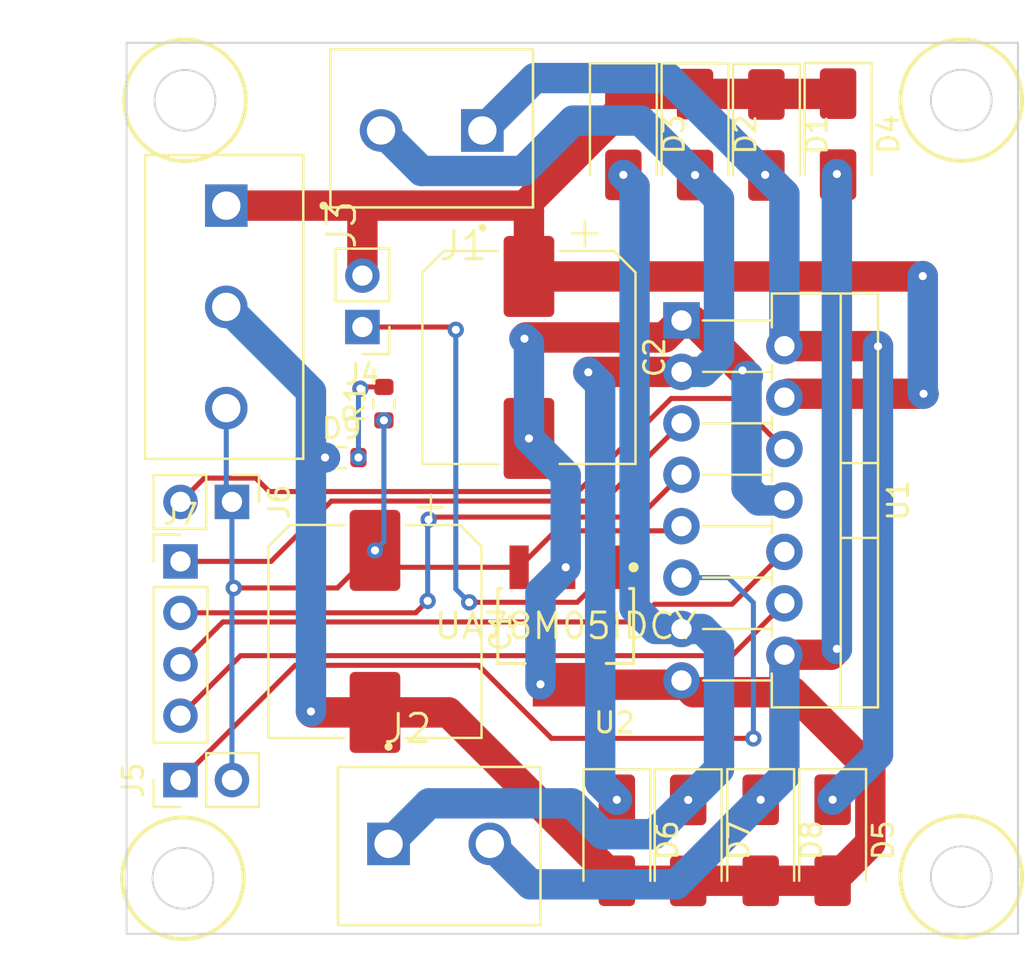
<source format=kicad_pcb>
(kicad_pcb (version 20221018) (generator pcbnew)
  (layers (0 "F.Cu" signal) (31 "B.Cu" signal) (34 "B.Paste" user) (35 "F.Paste" user) (36 "B.SilkS" user "B.Silkscreen") (37 "F.SilkS" user "F.Silkscreen") (38 "B.Mask" user) (39 "F.Mask" user) (44 "Edge.Cuts" user))
  (net 0 "")
  (net 1 "+5V")
  (net 2 "GND")
  (net 3 "VCC")
  (net 4 "Net-(D1-A)")
  (net 5 "Net-(D2-A)")
  (net 6 "Net-(D3-A)")
  (net 7 "Net-(D4-A)")
  (net 8 "Net-(J4-Pin_1)")
  (net 9 "Net-(J5-Pin_1)")
  (net 10 "Net-(J6-Pin_2)")
  (net 11 "Net-(J7-Pin_1)")
  (net 12 "Net-(J7-Pin_2)")
  (net 13 "Net-(J7-Pin_3)")
  (net 14 "Net-(J7-Pin_4)")
  (net 15 "Net-(D9-A)")
  (footprint "TB003_500_P02BE:CUI_TB003-500-P02BE" (layer "F.Cu") (at 82.93 109.56)
    (fp_text reference "J2" (at 0.945 -5.689) (layer "F.SilkS") (effects (font (size 1.4 1.4))))
    (fp_text value "TB003-500-P02BE")
    (fp_line (start -2.5 -3.8) (end 7.5 -3.8) (stroke (width 0.127)) (layer "F.SilkS"))
    (fp_line (start -2.5 4) (end -2.5 -3.8) (stroke (width 0.127)) (layer "F.SilkS"))
    (fp_line (start 7.5 -3.8) (end 7.5 4) (stroke (width 0.127)) (layer "F.SilkS"))
    (fp_line (start 7.5 4) (end -2.5 4) (stroke (width 0.127)) (layer "F.SilkS"))
    (fp_circle (center 0 -4.8) (end 0.1 -4.8) (stroke (width 0.2)) (fill none) (layer "F.SilkS"))
    (pad "1" thru_hole rect (at 0 0) (size 2.1 2.1) (drill 1.4) (layers "*.Cu" "*.Mask") (net 6 "Net-(D3-A)"))
    (pad "2" thru_hole circle (at 5 0) (size 2.1 2.1) (drill 1.4) (layers "*.Cu" "*.Mask") (net 7 "Net-(D4-A)"))
  )
  (footprint "Diode_SMD:D_SMA" (layer "F.Cu") (at 105.12 74.51 -90)
    (fp_text reference "D4" (at 0 -2.5 90) (layer "F.SilkS"))
    (fp_text value "M4")
    (fp_line (start -3.51 -1.65) (end -3.51 1.65) (stroke (width 0.12)) (layer "F.SilkS"))
    (fp_line (start -3.51 -1.65) (end 2 -1.65) (stroke (width 0.12)) (layer "F.SilkS"))
    (fp_line (start -3.51 1.65) (end 2 1.65) (stroke (width 0.12)) (layer "F.SilkS"))
    (pad "1" smd roundrect (at -2 0 270) (size 2.5 1.8) (layers "F.Cu" "F.Paste" "F.Mask") (roundrect_rratio 0.1388888889) (net 3 "VCC"))
    (pad "2" smd roundrect (at 2 0 270) (size 2.5 1.8) (layers "F.Cu" "F.Paste" "F.Mask") (roundrect_rratio 0.1388888889) (net 7 "Net-(D4-A)"))
  )
  (footprint "Diode_SMD:D_SMA" (layer "F.Cu") (at 98.06 74.53 -90)
    (fp_text reference "D2" (at 0 -2.5 90) (layer "F.SilkS"))
    (fp_text value "M4")
    (fp_line (start -3.51 -1.65) (end -3.51 1.65) (stroke (width 0.12)) (layer "F.SilkS"))
    (fp_line (start -3.51 -1.65) (end 2 -1.65) (stroke (width 0.12)) (layer "F.SilkS"))
    (fp_line (start -3.51 1.65) (end 2 1.65) (stroke (width 0.12)) (layer "F.SilkS"))
    (pad "1" smd roundrect (at -2 0 270) (size 2.5 1.8) (layers "F.Cu" "F.Paste" "F.Mask") (roundrect_rratio 0.1388888889) (net 3 "VCC"))
    (pad "2" smd roundrect (at 2 0 270) (size 2.5 1.8) (layers "F.Cu" "F.Paste" "F.Mask") (roundrect_rratio 0.1388888889) (net 5 "Net-(D2-A)"))
  )
  (footprint "Capacitor_SMD:CP_Elec_10x10" (layer "F.Cu") (at 89.86 85.5375 -90)
    (fp_text reference "C2" (at 0 -6.2 90) (layer "F.SilkS"))
    (fp_text value "220V/35V")
    (fp_line (start -6.75 -2.76) (end -5.5 -2.76) (stroke (width 0.12)) (layer "F.SilkS"))
    (fp_line (start -6.125 -3.385) (end -6.125 -2.135) (stroke (width 0.12)) (layer "F.SilkS"))
    (fp_line (start -5.26 -4.195563) (end -5.26 -1.51) (stroke (width 0.12)) (layer "F.SilkS"))
    (fp_line (start -5.26 -4.195563) (end -4.195563 -5.26) (stroke (width 0.12)) (layer "F.SilkS"))
    (fp_line (start -5.26 4.195563) (end -5.26 1.51) (stroke (width 0.12)) (layer "F.SilkS"))
    (fp_line (start -5.26 4.195563) (end -4.195563 5.26) (stroke (width 0.12)) (layer "F.SilkS"))
    (fp_line (start -4.195563 -5.26) (end 5.26 -5.26) (stroke (width 0.12)) (layer "F.SilkS"))
    (fp_line (start -4.195563 5.26) (end 5.26 5.26) (stroke (width 0.12)) (layer "F.SilkS"))
    (fp_line (start 5.26 -5.26) (end 5.26 -1.51) (stroke (width 0.12)) (layer "F.SilkS"))
    (fp_line (start 5.26 5.26) (end 5.26 1.51) (stroke (width 0.12)) (layer "F.SilkS"))
    (pad "1" smd roundrect (at -4 0 270) (size 4 2.5) (layers "F.Cu" "F.Paste" "F.Mask") (roundrect_rratio 0.1) (net 3 "VCC"))
    (pad "2" smd roundrect (at 4 0 270) (size 4 2.5) (layers "F.Cu" "F.Paste" "F.Mask") (roundrect_rratio 0.1) (net 2 "GND"))
  )
  (footprint "Connector_PinHeader_2.54mm:PinHeader_1x02_P2.54mm_Vertical" (layer "F.Cu") (at 75.2 92.67 -90)
    (fp_text reference "J6" (at 0 -2.33 90) (layer "F.SilkS"))
    (fp_text value "Conn_01x02_Pin")
    (fp_line (start -1.33 -1.33) (end 0 -1.33) (stroke (width 0.12)) (layer "F.SilkS"))
    (fp_line (start -1.33 0) (end -1.33 -1.33) (stroke (width 0.12)) (layer "F.SilkS"))
    (fp_line (start -1.33 1.27) (end -1.33 3.87) (stroke (width 0.12)) (layer "F.SilkS"))
    (fp_line (start -1.33 1.27) (end 1.33 1.27) (stroke (width 0.12)) (layer "F.SilkS"))
    (fp_line (start -1.33 3.87) (end 1.33 3.87) (stroke (width 0.12)) (layer "F.SilkS"))
    (fp_line (start 1.33 1.27) (end 1.33 3.87) (stroke (width 0.12)) (layer "F.SilkS"))
    (pad "1" thru_hole rect (at 0 0 270) (size 1.7 1.7) (drill 1) (layers "*.Cu" "*.Mask") (net 1 "+5V"))
    (pad "2" thru_hole oval (at 0 2.54 270) (size 1.7 1.7) (drill 1) (layers "*.Cu" "*.Mask") (net 10 "Net-(J6-Pin_2)"))
  )
  (footprint "Connector_PinHeader_2.54mm:PinHeader_1x02_P2.54mm_Vertical" (layer "F.Cu") (at 81.64 84.035 180)
    (fp_text reference "J4" (at 0 -2.33) (layer "F.SilkS"))
    (fp_text value "Conn_01x02_Pin")
    (fp_line (start -1.33 -1.33) (end 0 -1.33) (stroke (width 0.12)) (layer "F.SilkS"))
    (fp_line (start -1.33 0) (end -1.33 -1.33) (stroke (width 0.12)) (layer "F.SilkS"))
    (fp_line (start -1.33 1.27) (end -1.33 3.87) (stroke (width 0.12)) (layer "F.SilkS"))
    (fp_line (start -1.33 1.27) (end 1.33 1.27) (stroke (width 0.12)) (layer "F.SilkS"))
    (fp_line (start -1.33 3.87) (end 1.33 3.87) (stroke (width 0.12)) (layer "F.SilkS"))
    (fp_line (start 1.33 1.27) (end 1.33 3.87) (stroke (width 0.12)) (layer "F.SilkS"))
    (pad "1" thru_hole rect (at 0 0 180) (size 1.7 1.7) (drill 1) (layers "*.Cu" "*.Mask") (net 8 "Net-(J4-Pin_1)"))
    (pad "2" thru_hole oval (at 0 2.54 180) (size 1.7 1.7) (drill 1) (layers "*.Cu" "*.Mask") (net 3 "VCC"))
  )
  (footprint "TB003_500_P02BE:CUI_TB003-500-P02BE" (layer "F.Cu") (at 87.56 74.3275 180)
    (fp_text reference "J1" (at 0.945 -5.689) (layer "F.SilkS") (effects (font (size 1.4 1.4))))
    (fp_text value "TB003-500-P02BE")
    (fp_line (start -2.5 -3.8) (end 7.5 -3.8) (stroke (width 0.127)) (layer "F.SilkS"))
    (fp_line (start -2.5 4) (end -2.5 -3.8) (stroke (width 0.127)) (layer "F.SilkS"))
    (fp_line (start 7.5 -3.8) (end 7.5 4) (stroke (width 0.127)) (layer "F.SilkS"))
    (fp_line (start 7.5 4) (end -2.5 4) (stroke (width 0.127)) (layer "F.SilkS"))
    (fp_circle (center 0 -4.8) (end 0.1 -4.8) (stroke (width 0.2)) (fill none) (layer "F.SilkS"))
    (pad "1" thru_hole rect (at 0 0 180) (size 2.1 2.1) (drill 1.4) (layers "*.Cu" "*.Mask") (net 4 "Net-(D1-A)"))
    (pad "2" thru_hole circle (at 5 0 180) (size 2.1 2.1) (drill 1.4) (layers "*.Cu" "*.Mask") (net 5 "Net-(D2-A)"))
  )
  (footprint "Diode_SMD:D_SMA" (layer "F.Cu") (at 101.58 74.55 -90)
    (fp_text reference "D1" (at 0 -2.5 90) (layer "F.SilkS"))
    (fp_text value "M4")
    (fp_line (start -3.51 -1.65) (end -3.51 1.65) (stroke (width 0.12)) (layer "F.SilkS"))
    (fp_line (start -3.51 -1.65) (end 2 -1.65) (stroke (width 0.12)) (layer "F.SilkS"))
    (fp_line (start -3.51 1.65) (end 2 1.65) (stroke (width 0.12)) (layer "F.SilkS"))
    (pad "1" smd roundrect (at -2 0 270) (size 2.5 1.8) (layers "F.Cu" "F.Paste" "F.Mask") (roundrect_rratio 0.1388888889) (net 3 "VCC"))
    (pad "2" smd roundrect (at 2 0 270) (size 2.5 1.8) (layers "F.Cu" "F.Paste" "F.Mask") (roundrect_rratio 0.1388888889) (net 4 "Net-(D1-A)"))
  )
  (footprint "Connector_PinHeader_2.54mm:PinHeader_1x04_P2.54mm_Vertical" (layer "F.Cu") (at 72.66 95.61)
    (fp_text reference "J7" (at 0 -2.33) (layer "F.SilkS"))
    (fp_text value "Conn_01x04_Pin")
    (fp_line (start -1.33 -1.33) (end 0 -1.33) (stroke (width 0.12)) (layer "F.SilkS"))
    (fp_line (start -1.33 0) (end -1.33 -1.33) (stroke (width 0.12)) (layer "F.SilkS"))
    (fp_line (start -1.33 1.27) (end -1.33 8.95) (stroke (width 0.12)) (layer "F.SilkS"))
    (fp_line (start -1.33 1.27) (end 1.33 1.27) (stroke (width 0.12)) (layer "F.SilkS"))
    (fp_line (start -1.33 8.95) (end 1.33 8.95) (stroke (width 0.12)) (layer "F.SilkS"))
    (fp_line (start 1.33 1.27) (end 1.33 8.95) (stroke (width 0.12)) (layer "F.SilkS"))
    (pad "1" thru_hole rect (at 0 0) (size 1.7 1.7) (drill 1) (layers "*.Cu" "*.Mask") (net 11 "Net-(J7-Pin_1)"))
    (pad "2" thru_hole oval (at 0 2.54) (size 1.7 1.7) (drill 1) (layers "*.Cu" "*.Mask") (net 12 "Net-(J7-Pin_2)"))
    (pad "3" thru_hole oval (at 0 5.08) (size 1.7 1.7) (drill 1) (layers "*.Cu" "*.Mask") (net 13 "Net-(J7-Pin_3)"))
    (pad "4" thru_hole oval (at 0 7.62) (size 1.7 1.7) (drill 1) (layers "*.Cu" "*.Mask") (net 14 "Net-(J7-Pin_4)"))
  )
  (footprint "Resistor_SMD:R_0603_1608Metric" (layer "F.Cu") (at 80.62 90.48)
    (fp_text reference "D9" (at 0 -1.43) (layer "F.SilkS"))
    (fp_text value "LED")
    (fp_line (start -0.237258 -0.5225) (end 0.237258 -0.5225) (stroke (width 0.12)) (layer "F.SilkS"))
    (fp_line (start -0.237258 0.5225) (end 0.237258 0.5225) (stroke (width 0.12)) (layer "F.SilkS"))
    (pad "1" smd roundrect (at -0.825 0) (size 0.8 0.95) (layers "F.Cu" "F.Paste" "F.Mask") (net 2 "GND"))
    (pad "2" smd roundrect (at 0.825 0) (size 0.8 0.95) (layers "F.Cu" "F.Paste" "F.Mask") (net 15 "Net-(D9-A)"))
  )
  (footprint "Resistor_SMD:R_0603_1608Metric" (layer "F.Cu") (at 82.7 87.82 90)
    (fp_text reference "R1" (at 0 -1.43 90) (layer "F.SilkS"))
    (fp_text value "1K")
    (fp_line (start -0.237258 -0.5225) (end 0.237258 -0.5225) (stroke (width 0.12)) (layer "F.SilkS"))
    (fp_line (start -0.237258 0.5225) (end 0.237258 0.5225) (stroke (width 0.12)) (layer "F.SilkS"))
    (pad "1" smd roundrect (at -0.825 0 90) (size 0.8 0.95) (layers "F.Cu" "F.Paste" "F.Mask") (net 1 "+5V"))
    (pad "2" smd roundrect (at 0.825 0 90) (size 0.8 0.95) (layers "F.Cu" "F.Paste" "F.Mask") (net 15 "Net-(D9-A)"))
  )
  (footprint "Diode_SMD:D_SMA" (layer "F.Cu") (at 94.52 74.52 -90)
    (fp_text reference "D3" (at 0 -2.5 90) (layer "F.SilkS"))
    (fp_text value "M4")
    (fp_line (start -3.51 -1.65) (end -3.51 1.65) (stroke (width 0.12)) (layer "F.SilkS"))
    (fp_line (start -3.51 -1.65) (end 2 -1.65) (stroke (width 0.12)) (layer "F.SilkS"))
    (fp_line (start -3.51 1.65) (end 2 1.65) (stroke (width 0.12)) (layer "F.SilkS"))
    (pad "1" smd roundrect (at -2 0 270) (size 2.5 1.8) (layers "F.Cu" "F.Paste" "F.Mask") (roundrect_rratio 0.1388888889) (net 3 "VCC"))
    (pad "2" smd roundrect (at 2 0 270) (size 2.5 1.8) (layers "F.Cu" "F.Paste" "F.Mask") (roundrect_rratio 0.1388888889) (net 6 "Net-(D3-A)"))
  )
  (footprint "Diode_SMD:D_SMA" (layer "F.Cu") (at 97.72 109.39 -90)
    (fp_text reference "D7" (at 0 -2.5 90) (layer "F.SilkS"))
    (fp_text value "M4")
    (fp_line (start -3.51 -1.65) (end -3.51 1.65) (stroke (width 0.12)) (layer "F.SilkS"))
    (fp_line (start -3.51 -1.65) (end 2 -1.65) (stroke (width 0.12)) (layer "F.SilkS"))
    (fp_line (start -3.51 1.65) (end 2 1.65) (stroke (width 0.12)) (layer "F.SilkS"))
    (pad "1" smd roundrect (at -2 0 270) (size 2.5 1.8) (layers "F.Cu" "F.Paste" "F.Mask") (roundrect_rratio 0.1388888889) (net 6 "Net-(D3-A)"))
    (pad "2" smd roundrect (at 2 0 270) (size 2.5 1.8) (layers "F.Cu" "F.Paste" "F.Mask") (roundrect_rratio 0.1388888889) (net 2 "GND"))
  )
  (footprint "Capacitor_SMD:CP_Elec_10x10" (layer "F.Cu") (at 82.26 99.0675 -90)
    (fp_text reference "C1" (at 0 -6.2 90) (layer "F.SilkS"))
    (fp_text value "220uF/25V")
    (fp_line (start -6.75 -2.76) (end -5.5 -2.76) (stroke (width 0.12)) (layer "F.SilkS"))
    (fp_line (start -6.125 -3.385) (end -6.125 -2.135) (stroke (width 0.12)) (layer "F.SilkS"))
    (fp_line (start -5.26 -4.195563) (end -5.26 -1.51) (stroke (width 0.12)) (layer "F.SilkS"))
    (fp_line (start -5.26 -4.195563) (end -4.195563 -5.26) (stroke (width 0.12)) (layer "F.SilkS"))
    (fp_line (start -5.26 4.195563) (end -5.26 1.51) (stroke (width 0.12)) (layer "F.SilkS"))
    (fp_line (start -5.26 4.195563) (end -4.195563 5.26) (stroke (width 0.12)) (layer "F.SilkS"))
    (fp_line (start -4.195563 -5.26) (end 5.26 -5.26) (stroke (width 0.12)) (layer "F.SilkS"))
    (fp_line (start -4.195563 5.26) (end 5.26 5.26) (stroke (width 0.12)) (layer "F.SilkS"))
    (fp_line (start 5.26 -5.26) (end 5.26 -1.51) (stroke (width 0.12)) (layer "F.SilkS"))
    (fp_line (start 5.26 5.26) (end 5.26 1.51) (stroke (width 0.12)) (layer "F.SilkS"))
    (pad "1" smd roundrect (at -4 0 270) (size 4 2.5) (layers "F.Cu" "F.Paste" "F.Mask") (roundrect_rratio 0.1) (net 1 "+5V"))
    (pad "2" smd roundrect (at 4 0 270) (size 4 2.5) (layers "F.Cu" "F.Paste" "F.Mask") (roundrect_rratio 0.1) (net 2 "GND"))
  )
  (footprint "Connector_PinHeader_2.54mm:PinHeader_1x02_P2.54mm_Vertical" (layer "F.Cu") (at 72.66 106.41 90)
    (fp_text reference "J5" (at 0 -2.33 90) (layer "F.SilkS"))
    (fp_text value "Conn_01x02_Pin")
    (fp_line (start -1.33 -1.33) (end 0 -1.33) (stroke (width 0.12)) (layer "F.SilkS"))
    (fp_line (start -1.33 0) (end -1.33 -1.33) (stroke (width 0.12)) (layer "F.SilkS"))
    (fp_line (start -1.33 1.27) (end -1.33 3.87) (stroke (width 0.12)) (layer "F.SilkS"))
    (fp_line (start -1.33 1.27) (end 1.33 1.27) (stroke (width 0.12)) (layer "F.SilkS"))
    (fp_line (start -1.33 3.87) (end 1.33 3.87) (stroke (width 0.12)) (layer "F.SilkS"))
    (fp_line (start 1.33 1.27) (end 1.33 3.87) (stroke (width 0.12)) (layer "F.SilkS"))
    (pad "1" thru_hole rect (at 0 0 90) (size 1.7 1.7) (drill 1) (layers "*.Cu" "*.Mask") (net 9 "Net-(J5-Pin_1)"))
    (pad "2" thru_hole oval (at 0 2.54 90) (size 1.7 1.7) (drill 1) (layers "*.Cu" "*.Mask") (net 1 "+5V"))
  )
  (footprint "78M05:Texas_Instruments-DCY0004A-0-0-0" (layer "F.Cu") (at 91.675 98.8 180)
    (fp_text reference "U2" (at -3.5 -4.775) (layer "F.SilkS") (effects (justify right)))
    (fp_text value "UA78M05IDCY" (at 0 0) (layer "F.SilkS") (effects (font (size 1.27 1.27))))
    (fp_line (start -3.35 -1.85) (end -2 -1.85) (stroke (width 0.15)) (layer "F.SilkS"))
    (fp_line (start -3.35 1.85) (end -3.35 -1.85) (stroke (width 0.15)) (layer "F.SilkS"))
    (fp_line (start -3.35 1.85) (end -3.15 1.85) (stroke (width 0.15)) (layer "F.SilkS"))
    (fp_line (start 2 -1.85) (end 3.35 -1.85) (stroke (width 0.15)) (layer "F.SilkS"))
    (fp_line (start 3.15 1.85) (end 3.35 1.85) (stroke (width 0.15)) (layer "F.SilkS"))
    (fp_line (start 3.35 1.85) (end 3.35 -1.85) (stroke (width 0.15)) (layer "F.SilkS"))
    (fp_circle (center -3.349999 2.9) (end -3.224999 2.9) (stroke (width 0.25)) (fill none) (layer "F.SilkS"))
    (pad "1" smd rect (at -2.3 2.9 180) (size 0.95 2.15) (layers "F.Cu" "F.Paste" "F.Mask") (net 8 "Net-(J4-Pin_1)"))
    (pad "2" smd rect (at 0 2.9 180) (size 0.95 2.15) (layers "F.Cu" "F.Paste" "F.Mask") (net 2 "GND"))
    (pad "3" smd rect (at 2.3 2.9 180) (size 0.95 2.15) (layers "F.Cu" "F.Paste" "F.Mask") (net 1 "+5V"))
    (pad "4" smd rect (at 0 -2.9 180) (size 3.25 2.15) (layers "F.Cu" "F.Paste" "F.Mask") (net 2 "GND"))
  )
  (footprint "Diode_SMD:D_SMA" (layer "F.Cu") (at 94.2 109.3825 -90)
    (fp_text reference "D6" (at 0 -2.5 90) (layer "F.SilkS"))
    (fp_text value "M4")
    (fp_line (start -3.51 -1.65) (end -3.51 1.65) (stroke (width 0.12)) (layer "F.SilkS"))
    (fp_line (start -3.51 -1.65) (end 2 -1.65) (stroke (width 0.12)) (layer "F.SilkS"))
    (fp_line (start -3.51 1.65) (end 2 1.65) (stroke (width 0.12)) (layer "F.SilkS"))
    (pad "1" smd roundrect (at -2 0 270) (size 2.5 1.8) (layers "F.Cu" "F.Paste" "F.Mask") (roundrect_rratio 0.1388888889) (net 5 "Net-(D2-A)"))
    (pad "2" smd roundrect (at 2 0 270) (size 2.5 1.8) (layers "F.Cu" "F.Paste" "F.Mask") (roundrect_rratio 0.1388888889) (net 2 "GND"))
  )
  (footprint "TB003_500_P03BE:CUI_TB003-500-P03BE" (layer "F.Cu") (at 74.92 78.04 -90)
    (fp_text reference "J3" (at 0.945 -5.689 90) (layer "F.SilkS") (effects (font (size 1.4 1.4))))
    (fp_text value "TB003-500-P03BE")
    (fp_line (start -2.5 -3.8) (end 12.5 -3.8) (stroke (width 0.127)) (layer "F.SilkS"))
    (fp_line (start -2.5 4) (end -2.5 -3.8) (stroke (width 0.127)) (layer "F.SilkS"))
    (fp_line (start 12.5 -3.8) (end 12.5 4) (stroke (width 0.127)) (layer "F.SilkS"))
    (fp_line (start 12.5 4) (end -2.5 4) (stroke (width 0.127)) (layer "F.SilkS"))
    (fp_circle (center 0 -4.8) (end 0.1 -4.8) (stroke (width 0.2)) (fill none) (layer "F.SilkS"))
    (pad "1" thru_hole rect (at 0 0 270) (size 2.1 2.1) (drill 1.4) (layers "*.Cu" "*.Mask") (net 3 "VCC"))
    (pad "2" thru_hole circle (at 5 0 270) (size 2.1 2.1) (drill 1.4) (layers "*.Cu" "*.Mask") (net 2 "GND"))
    (pad "3" thru_hole circle (at 10 0 270) (size 2.1 2.1) (drill 1.4) (layers "*.Cu" "*.Mask") (net 1 "+5V"))
  )
  (footprint "Diode_SMD:D_SMA" (layer "F.Cu") (at 104.85 109.38 -90)
    (fp_text reference "D5" (at 0 -2.5 90) (layer "F.SilkS"))
    (fp_text value "M4")
    (fp_line (start -3.51 -1.65) (end -3.51 1.65) (stroke (width 0.12)) (layer "F.SilkS"))
    (fp_line (start -3.51 -1.65) (end 2 -1.65) (stroke (width 0.12)) (layer "F.SilkS"))
    (fp_line (start -3.51 1.65) (end 2 1.65) (stroke (width 0.12)) (layer "F.SilkS"))
    (pad "1" smd roundrect (at -2 0 270) (size 2.5 1.8) (layers "F.Cu" "F.Paste" "F.Mask") (roundrect_rratio 0.1388888889) (net 4 "Net-(D1-A)"))
    (pad "2" smd roundrect (at 2 0 270) (size 2.5 1.8) (layers "F.Cu" "F.Paste" "F.Mask") (roundrect_rratio 0.1388888889) (net 2 "GND"))
  )
  (footprint "Diode_SMD:D_SMA" (layer "F.Cu") (at 101.3 109.3825 -90)
    (fp_text reference "D8" (at 0 -2.5 90) (layer "F.SilkS"))
    (fp_text value "M4")
    (fp_line (start -3.51 -1.65) (end -3.51 1.65) (stroke (width 0.12)) (layer "F.SilkS"))
    (fp_line (start -3.51 -1.65) (end 2 -1.65) (stroke (width 0.12)) (layer "F.SilkS"))
    (fp_line (start -3.51 1.65) (end 2 1.65) (stroke (width 0.12)) (layer "F.SilkS"))
    (pad "1" smd roundrect (at -2 0 270) (size 2.5 1.8) (layers "F.Cu" "F.Paste" "F.Mask") (roundrect_rratio 0.1388888889) (net 7 "Net-(D4-A)"))
    (pad "2" smd roundrect (at 2 0 270) (size 2.5 1.8) (layers "F.Cu" "F.Paste" "F.Mask") (roundrect_rratio 0.1388888889) (net 2 "GND"))
  )
  (footprint "Package_TO_SOT_THT:TO-220-15_P2.54x2.54mm_StaggerOdd_Lead4.58mm_Vertical" (layer "F.Cu") (at 97.39 83.71 -90)
    (fp_text reference "U1" (at 8.89 -10.7 90) (layer "F.SilkS"))
    (fp_text value "L298N")
    (fp_line (start -1.33 -9.7) (end -1.33 -4.459) (stroke (width 0.12)) (layer "F.SilkS"))
    (fp_line (start -1.33 -9.7) (end 19.11 -9.7) (stroke (width 0.12)) (layer "F.SilkS"))
    (fp_line (start -1.33 -7.86) (end 19.11 -7.86) (stroke (width 0.12)) (layer "F.SilkS"))
    (fp_line (start -1.33 -4.459) (end 0.346 -4.459) (stroke (width 0.12)) (layer "F.SilkS"))
    (fp_line (start 0 -4.459) (end 0 -1.05) (stroke (width 0.12)) (layer "F.SilkS"))
    (fp_line (start 2.195 -4.459) (end 2.886 -4.459) (stroke (width 0.12)) (layer "F.SilkS"))
    (fp_line (start 2.54 -4.459) (end 2.54 -1.065) (stroke (width 0.12)) (layer "F.SilkS"))
    (fp_line (start 4.735 -4.459) (end 5.426 -4.459) (stroke (width 0.12)) (layer "F.SilkS"))
    (fp_line (start 5.08 -4.459) (end 5.08 -1.065) (stroke (width 0.12)) (layer "F.SilkS"))
    (fp_line (start 7.041 -9.7) (end 7.041 -7.86) (stroke (width 0.12)) (layer "F.SilkS"))
    (fp_line (start 7.275 -4.459) (end 7.966 -4.459) (stroke (width 0.12)) (layer "F.SilkS"))
    (fp_line (start 7.62 -4.459) (end 7.62 -1.065) (stroke (width 0.12)) (layer "F.SilkS"))
    (fp_line (start 9.815 -4.459) (end 10.506 -4.459) (stroke (width 0.12)) (layer "F.SilkS"))
    (fp_line (start 10.16 -4.459) (end 10.16 -1.065) (stroke (width 0.12)) (layer "F.SilkS"))
    (fp_line (start 10.74 -9.7) (end 10.74 -7.86) (stroke (width 0.12)) (layer "F.SilkS"))
    (fp_line (start 12.355 -4.459) (end 13.046 -4.459) (stroke (width 0.12)) (layer "F.SilkS"))
    (fp_line (start 12.7 -4.459) (end 12.7 -1.065) (stroke (width 0.12)) (layer "F.SilkS"))
    (fp_line (start 14.895 -4.459) (end 15.586 -4.459) (stroke (width 0.12)) (layer "F.SilkS"))
    (fp_line (start 15.24 -4.459) (end 15.24 -1.065) (stroke (width 0.12)) (layer "F.SilkS"))
    (fp_line (start 17.435 -4.459) (end 19.11 -4.459) (stroke (width 0.12)) (layer "F.SilkS"))
    (fp_line (start 17.78 -4.459) (end 17.78 -1.065) (stroke (width 0.12)) (layer "F.SilkS"))
    (fp_line (start 19.11 -9.7) (end 19.11 -4.459) (stroke (width 0.12)) (layer "F.SilkS"))
    (pad "1" thru_hole rect (at 0 0 270) (size 1.8 1.8) (drill 1) (layers "*.Cu" "*.Mask") (net 2 "GND"))
    (pad "2" thru_hole oval (at 1.27 -5.08 270) (size 1.8 1.8) (drill 1) (layers "*.Cu" "*.Mask") (net 4 "Net-(D1-A)"))
    (pad "3" thru_hole oval (at 2.54 0 270) (size 1.8 1.8) (drill 1) (layers "*.Cu" "*.Mask") (net 5 "Net-(D2-A)"))
    (pad "4" thru_hole oval (at 3.81 -5.08 270) (size 1.8 1.8) (drill 1) (layers "*.Cu" "*.Mask") (net 3 "VCC"))
    (pad "5" thru_hole oval (at 5.08 0 270) (size 1.8 1.8) (drill 1) (layers "*.Cu" "*.Mask") (net 11 "Net-(J7-Pin_1)"))
    (pad "6" thru_hole oval (at 6.35 -5.08 270) (size 1.8 1.8) (drill 1) (layers "*.Cu" "*.Mask") (net 10 "Net-(J6-Pin_2)"))
    (pad "7" thru_hole oval (at 7.62 0 270) (size 1.8 1.8) (drill 1) (layers "*.Cu" "*.Mask") (net 12 "Net-(J7-Pin_2)"))
    (pad "8" thru_hole oval (at 8.89 -5.08 270) (size 1.8 1.8) (drill 1) (layers "*.Cu" "*.Mask") (net 2 "GND"))
    (pad "9" thru_hole oval (at 10.16 0 270) (size 1.8 1.8) (drill 1) (layers "*.Cu" "*.Mask") (net 1 "+5V"))
    (pad "10" thru_hole oval (at 11.43 -5.08 270) (size 1.8 1.8) (drill 1) (layers "*.Cu" "*.Mask") (net 13 "Net-(J7-Pin_3)"))
    (pad "11" thru_hole oval (at 12.7 0 270) (size 1.8 1.8) (drill 1) (layers "*.Cu" "*.Mask") (net 9 "Net-(J5-Pin_1)"))
    (pad "12" thru_hole oval (at 13.97 -5.08 270) (size 1.8 1.8) (drill 1) (layers "*.Cu" "*.Mask") (net 14 "Net-(J7-Pin_4)"))
    (pad "13" thru_hole oval (at 15.24 0 270) (size 1.8 1.8) (drill 1) (layers "*.Cu" "*.Mask") (net 6 "Net-(D3-A)"))
    (pad "14" thru_hole oval (at 16.51 -5.08 270) (size 1.8 1.8) (drill 1) (layers "*.Cu" "*.Mask") (net 7 "Net-(D4-A)"))
    (pad "15" thru_hole oval (at 17.78 0 270) (size 1.8 1.8) (drill 1) (layers "*.Cu" "*.Mask") (net 2 "GND"))
  )
  (gr_circle (center 111.2 72.83) (end 114.2 72.83) (stroke (width 0.2)) (fill none) (layer "F.SilkS"))
  (gr_circle (center 72.88 72.84) (end 75.88 72.84) (stroke (width 0.2)) (fill none) (layer "F.SilkS"))
  (gr_circle (center 72.78 111.26) (end 75.78 111.26) (stroke (width 0.2)) (fill none) (layer "F.SilkS"))
  (gr_circle (center 111.2 111.18) (end 114.2 111.18) (stroke (width 0.2)) (fill none) (layer "F.SilkS"))
  (gr_line (start 114 70) (end 70 70) (stroke (width 0.1)) (layer "Edge.Cuts"))
  (gr_line (start 70 70) (end 70 114) (stroke (width 0.1)) (layer "Edge.Cuts"))
  (gr_line (start 114 114) (end 114 70) (stroke (width 0.1)) (layer "Edge.Cuts"))
  (gr_circle (center 111.2 72.83) (end 112.7 72.83) (stroke (width 0.1)) (fill none) (layer "Edge.Cuts"))
  (gr_circle (center 72.78 111.26) (end 74.28 111.26) (stroke (width 0.1)) (fill none) (layer "Edge.Cuts"))
  (gr_line (start 70 114) (end 114 114) (stroke (width 0.1)) (layer "Edge.Cuts"))
  (gr_circle (center 111.2 111.18) (end 112.7 111.18) (stroke (width 0.1)) (fill none) (layer "Edge.Cuts"))
  (gr_circle (center 72.88 72.84) (end 74.38 72.84) (stroke (width 0.1)) (fill none) (layer "Edge.Cuts"))
  (segment (start 89.375 95.9) (end 91.175 94.1) (width 0.25) (layer "F.Cu") (net 1))
  (segment (start 91.175 94.1) (end 97.16 94.1) (width 0.25) (layer "F.Cu") (net 1))
  (segment (start 82.26 95.0675) (end 83.0925 95.9) (width 0.25) (layer "F.Cu") (net 1))
  (segment (start 75.29 96.92) (end 80.4075 96.92) (width 0.25) (layer "F.Cu") (net 1))
  (segment (start 80.4075 96.92) (end 82.26 95.0675) (width 0.25) (layer "F.Cu") (net 1))
  (segment (start 97.16 94.1) (end 97.39 93.87) (width 0.25) (layer "F.Cu") (net 1))
  (segment (start 83.0925 95.9) (end 89.375 95.9) (width 0.25) (layer "F.Cu") (net 1))
  (via (at 82.7 88.645) (size 0.8) (drill 0.4) (layers "F.Cu" "B.Cu") (net 1))
  (via (at 82.26 95.0675) (size 0.8) (drill 0.4) (layers "F.Cu" "B.Cu") (net 1))
  (via (at 75.29 96.92) (size 0.8) (drill 0.4) (layers "F.Cu" "B.Cu") (net 1))
  (segment (start 82.26 95.0675) (end 82.7 94.6275) (width 0.25) (layer "B.Cu") (net 1))
  (segment (start 75.2 97.01) (end 75.29 96.92) (width 0.25) (layer "B.Cu") (net 1))
  (segment (start 82.7 94.6275) (end 82.7 88.645) (width 0.25) (layer "B.Cu") (net 1))
  (segment (start 75.2 106.41) (end 75.2 97.01) (width 0.25) (layer "B.Cu") (net 1))
  (segment (start 74.92 92.39) (end 75.2 92.67) (width 0.25) (layer "B.Cu") (net 1))
  (segment (start 75.2 92.67) (end 75.2 96.83) (width 0.25) (layer "B.Cu") (net 1))
  (segment (start 75.2 96.83) (end 75.29 96.92) (width 0.25) (layer "B.Cu") (net 1))
  (segment (start 74.92 88.04) (end 74.92 92.39) (width 0.25) (layer "B.Cu") (net 1))
  (segment (start 102.887056 102.07) (end 106.71 105.892944) (width 1.5) (layer "F.Cu") (net 2))
  (segment (start 97.39 83.71) (end 97.93 83.71) (width 1.5) (layer "F.Cu") (net 2))
  (segment (start 82.26 103.0675) (end 79.1475 103.0675) (width 1.5) (layer "F.Cu") (net 2))
  (segment (start 91.675 101.7) (end 90.45 101.7) (width 1.5) (layer "F.Cu") (net 2))
  (segment (start 89.64 84.61) (end 89.7 84.55) (width 1.5) (layer "F.Cu") (net 2))
  (segment (start 90.45 101.7) (end 90.43 101.68) (width 1.5) (layer "F.Cu") (net 2))
  (segment (start 91.675 101.7) (end 97.18 101.7) (width 1.5) (layer "F.Cu") (net 2))
  (segment (start 89.7 84.55) (end 96.55 84.55) (width 1.5) (layer "F.Cu") (net 2))
  (segment (start 85.885 103.0675) (end 82.26 103.0675) (width 1.5) (layer "F.Cu") (net 2))
  (segment (start 104.8475 111.3825) (end 104.85 111.38) (width 1.5) (layer "F.Cu") (net 2))
  (segment (start 79.1475 103.0675) (end 79.1 103.02) (width 1.5) (layer "F.Cu") (net 2))
  (segment (start 94.2 111.3825) (end 104.8475 111.3825) (width 1.5) (layer "F.Cu") (net 2))
  (segment (start 106.71 109.52) (end 104.85 111.38) (width 1.5) (layer "F.Cu") (net 2))
  (segment (start 96.55 84.55) (end 97.39 83.71) (width 1.5) (layer "F.Cu") (net 2))
  (segment (start 97.97 102.07) (end 102.887056 102.07) (width 1.5) (layer "F.Cu") (net 2))
  (segment (start 97.93 83.71) (end 100.4 86.18) (width 1.5) (layer "F.Cu") (net 2))
  (segment (start 94.2 111.3825) (end 85.885 103.0675) (width 1.5) (layer "F.Cu") (net 2))
  (segment (start 97.18 101.7) (end 97.39 101.49) (width 1.5) (layer "F.Cu") (net 2))
  (segment (start 106.71 105.892944) (end 106.71 109.52) (width 1.5) (layer "F.Cu") (net 2))
  (segment (start 97.39 101.49) (end 97.97 102.07) (width 1.5) (layer "F.Cu") (net 2))
  (via (at 79.795 90.48) (size 0.8) (drill 0.4) (layers "F.Cu" "B.Cu") (net 2))
  (via (at 89.64 84.61) (size 0.8) (drill 0.4) (layers "F.Cu" "B.Cu") (net 2))
  (via (at 90.43 101.68) (size 0.8) (drill 0.4) (layers "F.Cu" "B.Cu") (net 2))
  (via (at 100.4 86.18) (size 0.8) (drill 0.4) (layers "F.Cu" "B.Cu") (net 2))
  (via (at 89.86 89.5375) (size 0.8) (drill 0.4) (layers "F.Cu" "B.Cu") (net 2))
  (via (at 91.675 95.9) (size 0.8) (drill 0.4) (layers "F.Cu" "B.Cu") (net 2))
  (via (at 79.1 103.02) (size 0.8) (drill 0.4) (layers "F.Cu" "B.Cu") (net 2))
  (segment (start 100.602082 92.004874) (end 100.602082 86.512082) (width 1.5) (layer "B.Cu") (net 2))
  (segment (start 79.795 90.48) (end 79.11 90.48) (width 1.5) (layer "B.Cu") (net 2))
  (segment (start 90.43 97.145) (end 91.675 95.9) (width 1.5) (layer "B.Cu") (net 2))
  (segment (start 79.1 90.49) (end 79.1 87.22) (width 1.5) (layer "B.Cu") (net 2))
  (segment (start 89.86 84.83) (end 89.64 84.61) (width 1.5) (layer "B.Cu") (net 2))
  (segment (start 102.47 92.6) (end 101.197208 92.6) (width 1.5) (layer "B.Cu") (net 2))
  (segment (start 90.43 101.68) (end 90.43 97.145) (width 1.5) (layer "B.Cu") (net 2))
  (segment (start 89.86 89.5375) (end 89.86 84.83) (width 1.5) (layer "B.Cu") (net 2))
  (segment (start 91.675 95.9) (end 91.675 91.3525) (width 1.5) (layer "B.Cu") (net 2))
  (segment (start 79.11 90.48) (end 79.1 90.49) (width 1.5) (layer "B.Cu") (net 2))
  (segment (start 100.602082 86.512082) (end 100.667082 86.447082) (width 1.5) (layer "B.Cu") (net 2))
  (segment (start 91.675 91.3525) (end 89.86 89.5375) (width 1.5) (layer "B.Cu") (net 2))
  (segment (start 101.197208 92.6) (end 100.602082 92.004874) (width 1.5) (layer "B.Cu") (net 2))
  (segment (start 79.1 87.22) (end 74.92 83.04) (width 1.5) (layer "B.Cu") (net 2))
  (segment (start 79.1 103.02) (end 79.1 90.49) (width 1.5) (layer "B.Cu") (net 2))
  (segment (start 109.2825 81.5375) (end 109.3 81.52) (width 1.5) (layer "F.Cu") (net 3))
  (segment (start 94.52 72.52) (end 105.02 72.52) (width 1.5) (layer "F.Cu") (net 3))
  (segment (start 105.02 72.52) (end 105.06 72.48) (width 1.5) (layer "F.Cu") (net 3))
  (segment (start 109.34 87.33) (end 102.66 87.33) (width 1.5) (layer "F.Cu") (net 3))
  (segment (start 81.51 78.04) (end 89.59 78.04) (width 1.5) (layer "F.Cu") (net 3))
  (segment (start 89.86 81.5375) (end 89.86 78.31) (width 1.5) (layer "F.Cu") (net 3))
  (segment (start 81.64 81.495) (end 81.64 78.17) (width 1.5) (layer "F.Cu") (net 3))
  (segment (start 89.62 78.07) (end 94.52 73.17) (width 1.5) (layer "F.Cu") (net 3))
  (segment (start 94.52 73.17) (end 94.52 72.52) (width 1.5) (layer "F.Cu") (net 3))
  (segment (start 89.59 78.04) (end 89.62 78.07) (width 1.5) (layer "F.Cu") (net 3))
  (segment (start 102.66 87.33) (end 102.47 87.52) (width 1.5) (layer "F.Cu") (net 3))
  (segment (start 74.92 78.04) (end 81.51 78.04) (width 1.5) (layer "F.Cu") (net 3))
  (segment (start 89.86 78.31) (end 89.62 78.07) (width 1.5) (layer "F.Cu") (net 3))
  (segment (start 89.86 81.5375) (end 109.2825 81.5375) (width 1.5) (layer "F.Cu") (net 3))
  (segment (start 81.64 78.17) (end 81.51 78.04) (width 1.5) (layer "F.Cu") (net 3))
  (via (at 109.34 87.33) (size 0.8) (drill 0.4) (layers "F.Cu" "B.Cu") (net 3))
  (via (at 109.3 81.52) (size 0.8) (drill 0.4) (layers "F.Cu" "B.Cu") (net 3))
  (segment (start 109.3 87.29) (end 109.34 87.33) (width 1.5) (layer "B.Cu") (net 3))
  (segment (start 109.3 81.52) (end 109.3 87.29) (width 1.5) (layer "B.Cu") (net 3))
  (segment (start 102.47 84.98) (end 107.08 84.98) (width 1.5) (layer "F.Cu") (net 4))
  (segment (start 107.08 84.98) (end 107.09 84.99) (width 1.5) (layer "F.Cu") (net 4))
  (via (at 101.52 76.52) (size 0.8) (drill 0.4) (layers "F.Cu" "B.Cu") (net 4))
  (via (at 107.09 84.99) (size 0.8) (drill 0.4) (layers "F.Cu" "B.Cu") (net 4))
  (via (at 104.85 107.38) (size 0.8) (drill 0.4) (layers "F.Cu" "B.Cu") (net 4))
  (segment (start 102.47 84.98) (end 102.47 77.47) (width 1.5) (layer "B.Cu") (net 4))
  (segment (start 87.56 74.3275) (end 90.1475 71.74) (width 1.5) (layer "B.Cu") (net 4))
  (segment (start 90.1475 71.74) (end 96.74 71.74) (width 1.5) (layer "B.Cu") (net 4))
  (segment (start 102.47 77.47) (end 101.52 76.52) (width 1.5) (layer "B.Cu") (net 4))
  (segment (start 107.09 105.14) (end 104.85 107.38) (width 1.5) (layer "B.Cu") (net 4))
  (segment (start 107.09 84.99) (end 107.09 105.14) (width 1.5) (layer "B.Cu") (net 4))
  (segment (start 96.74 71.74) (end 101.52 76.52) (width 1.5) (layer "B.Cu") (net 4))
  (segment (start 92.81 86.25) (end 92.79 86.27) (width 1.5) (layer "F.Cu") (net 5))
  (segment (start 97.39 86.25) (end 92.81 86.25) (width 1.5) (layer "F.Cu") (net 5))
  (via (at 92.79 86.27) (size 0.8) (drill 0.4) (layers "F.Cu" "B.Cu") (net 5))
  (via (at 94.2 107.3825) (size 0.8) (drill 0.4) (layers "F.Cu" "B.Cu") (net 5))
  (via (at 98.06 76.53) (size 0.8) (drill 0.4) (layers "F.Cu" "B.Cu") (net 5))
  (segment (start 95.37 73.84) (end 98.06 76.53) (width 1.5) (layer "B.Cu") (net 5))
  (segment (start 99.24 77.71) (end 98.06 76.53) (width 1.5) (layer "B.Cu") (net 5))
  (segment (start 84.56 76.3275) (end 89.56 76.3275) (width 1.5) (layer "B.Cu") (net 5))
  (segment (start 98.46 86.25) (end 99.24 85.47) (width 1.5) (layer "B.Cu") (net 5))
  (segment (start 93.375 106.5575) (end 94.2 107.3825) (width 1.5) (layer "B.Cu") (net 5))
  (segment (start 92.0475 73.84) (end 95.37 73.84) (width 1.5) (layer "B.Cu") (net 5))
  (segment (start 92.79 86.27) (end 93.375 86.855) (width 1.5) (layer "B.Cu") (net 5))
  (segment (start 93.375 86.855) (end 93.375 106.5575) (width 1.5) (layer "B.Cu") (net 5))
  (segment (start 97.39 86.25) (end 98.46 86.25) (width 1.5) (layer "B.Cu") (net 5))
  (segment (start 82.56 74.3275) (end 84.56 76.3275) (width 1.5) (layer "B.Cu") (net 5))
  (segment (start 99.24 85.47) (end 99.24 77.71) (width 1.5) (layer "B.Cu") (net 5))
  (segment (start 89.56 76.3275) (end 92.0475 73.84) (width 1.5) (layer "B.Cu") (net 5))
  (via (at 97.72 107.39) (size 0.8) (drill 0.4) (layers "F.Cu" "B.Cu") (net 6))
  (via (at 94.52 76.52002) (size 0.8) (drill 0.4) (layers "F.Cu" "B.Cu") (net 6))
  (segment (start 96.117208 98.95) (end 95.075 97.907792) (width 1.5) (layer "B.Cu") (net 6))
  (segment (start 95.075 77.07502) (end 94.52 76.52002) (width 1.5) (layer "B.Cu") (net 6))
  (segment (start 99.24 105.87) (end 97.72 107.39) (width 1.5) (layer "B.Cu") (net 6))
  (segment (start 97.39 98.95) (end 98.40972 98.95) (width 1.5) (layer "B.Cu") (net 6))
  (segment (start 93.495837 109.0825) (end 96.0275 109.0825) (width 1.5) (layer "B.Cu") (net 6))
  (segment (start 82.93 109.56) (end 84.93 107.56) (width 1.5) (layer "B.Cu") (net 6))
  (segment (start 98.40972 98.95) (end 99.24 99.78028) (width 1.5) (layer "B.Cu") (net 6))
  (segment (start 91.973337 107.56) (end 93.495837 109.0825) (width 1.5) (layer "B.Cu") (net 6))
  (segment (start 84.93 107.56) (end 91.973337 107.56) (width 1.5) (layer "B.Cu") (net 6))
  (segment (start 95.075 97.907792) (end 95.075 77.07502) (width 1.5) (layer "B.Cu") (net 6))
  (segment (start 96.0275 109.0825) (end 97.72 107.39) (width 1.5) (layer "B.Cu") (net 6))
  (segment (start 97.39 98.95) (end 96.117208 98.95) (width 1.5) (layer "B.Cu") (net 6))
  (segment (start 99.24 99.78028) (end 99.24 105.87) (width 1.5) (layer "B.Cu") (net 6))
  (segment (start 102.47 100.22) (end 104.77 100.22) (width 1.5) (layer "F.Cu") (net 7))
  (segment (start 104.77 100.22) (end 105.060003 99.929997) (width 1.5) (layer "F.Cu") (net 7))
  (via (at 105.06 76.48) (size 0.8) (drill 0.4) (layers "F.Cu" "B.Cu") (net 7))
  (via (at 101.3 107.3825) (size 0.8) (drill 0.4) (layers "F.Cu" "B.Cu") (net 7))
  (via (at 105.060003 99.929997) (size 0.8) (drill 0.4) (layers "F.Cu" "B.Cu") (net 7))
  (segment (start 105.06 99.929994) (end 105.060003 99.929997) (width 1.5) (layer "B.Cu") (net 7))
  (segment (start 105.06 76.48) (end 105.06 99.929994) (width 1.5) (layer "B.Cu") (net 7))
  (segment (start 97.1225 111.56) (end 101.3 107.3825) (width 1.5) (layer "B.Cu") (net 7))
  (segment (start 89.93 111.56) (end 97.1225 111.56) (width 1.5) (layer "B.Cu") (net 7))
  (segment (start 87.93 109.56) (end 89.93 111.56) (width 1.5) (layer "B.Cu") (net 7))
  (segment (start 102.47 106.2125) (end 101.3 107.3825) (width 1.5) (layer "B.Cu") (net 7))
  (segment (start 102.47 100.22) (end 102.47 106.2125) (width 1.5) (layer "B.Cu") (net 7))
  (segment (start 86.115 84.035) (end 86.25 84.17) (width 0.25) (layer "F.Cu") (net 8))
  (segment (start 92.245 97.63) (end 93.975 95.9) (width 0.25) (layer "F.Cu") (net 8))
  (segment (start 86.91 97.63) (end 92.245 97.63) (width 0.25) (layer "F.Cu") (net 8))
  (segment (start 81.64 84.035) (end 86.115 84.035) (width 0.25) (layer "F.Cu") (net 8))
  (via (at 86.91 97.63) (size 0.8) (drill 0.4) (layers "F.Cu" "B.Cu") (net 8))
  (via (at 86.25 84.17) (size 0.8) (drill 0.4) (layers "F.Cu" "B.Cu") (net 8))
  (segment (start 86.25 84.17) (end 86.25 96.97) (width 0.25) (layer "B.Cu") (net 8))
  (segment (start 86.25 96.97) (end 86.91 97.63) (width 0.25) (layer "B.Cu") (net 8))
  (segment (start 90.975 104.35) (end 100.94 104.35) (width 0.25) (layer "F.Cu") (net 9))
  (segment (start 87.3675 100.7425) (end 90.975 104.35) (width 0.25) (layer "F.Cu") (net 9))
  (segment (start 72.66 106.41) (end 78.3275 100.7425) (width 0.25) (layer "F.Cu") (net 9))
  (segment (start 78.3275 100.7425) (end 87.3675 100.7425) (width 0.25) (layer "F.Cu") (net 9))
  (via (at 100.94 104.35) (size 0.8) (drill 0.4) (layers "F.Cu" "B.Cu") (net 9))
  (segment (start 99.7 96.41) (end 97.39 96.41) (width 0.25) (layer "B.Cu") (net 9))
  (segment (start 100.94 97.65) (end 99.7 96.41) (width 0.25) (layer "B.Cu") (net 9))
  (segment (start 100.94 104.35) (end 100.94 97.65) (width 0.25) (layer "B.Cu") (net 9))
  (segment (start 99.975 87.565) (end 102.47 90.06) (width 0.25) (layer "F.Cu") (net 10))
  (segment (start 92.287588 92.16) (end 96.882588 87.565) (width 0.25) (layer "F.Cu") (net 10))
  (segment (start 96.882588 87.565) (end 99.975 87.565) (width 0.25) (layer "F.Cu") (net 10))
  (segment (start 76.375 91.495) (end 77.04 92.16) (width 0.25) (layer "F.Cu") (net 10))
  (segment (start 73.835 91.495) (end 76.375 91.495) (width 0.25) (layer "F.Cu") (net 10))
  (segment (start 77.04 92.16) (end 92.287588 92.16) (width 0.25) (layer "F.Cu") (net 10))
  (segment (start 72.66 92.67) (end 73.835 91.495) (width 0.25) (layer "F.Cu") (net 10))
  (segment (start 93.55 92.63) (end 97.39 88.79) (width 0.25) (layer "F.Cu") (net 11))
  (segment (start 80.11 92.63) (end 93.55 92.63) (width 0.25) (layer "F.Cu") (net 11))
  (segment (start 72.66 95.61) (end 77.13 95.61) (width 0.25) (layer "F.Cu") (net 11))
  (segment (start 77.13 95.61) (end 80.11 92.63) (width 0.25) (layer "F.Cu") (net 11))
  (segment (start 85.04 93.42) (end 95.3 93.42) (width 0.25) (layer "F.Cu") (net 12))
  (segment (start 84.27 98.15) (end 84.86 97.56) (width 0.25) (layer "F.Cu") (net 12))
  (segment (start 95.3 93.42) (end 97.39 91.33) (width 0.25) (layer "F.Cu") (net 12))
  (segment (start 84.91 93.55) (end 85.04 93.42) (width 0.25) (layer "F.Cu") (net 12))
  (segment (start 72.66 98.15) (end 84.27 98.15) (width 0.25) (layer "F.Cu") (net 12))
  (via (at 84.86 97.56) (size 0.8) (drill 0.4) (layers "F.Cu" "B.Cu") (net 12))
  (via (at 84.91 93.55) (size 0.8) (drill 0.4) (layers "F.Cu" "B.Cu") (net 12))
  (segment (start 84.86 93.6) (end 84.91 93.55) (width 0.25) (layer "B.Cu") (net 12))
  (segment (start 84.86 97.56) (end 84.86 93.6) (width 0.25) (layer "B.Cu") (net 12))
  (segment (start 72.66 100.69) (end 74.75 98.6) (width 0.25) (layer "F.Cu") (net 13))
  (segment (start 96.065 97.725) (end 99.885 97.725) (width 0.25) (layer "F.Cu") (net 13))
  (segment (start 99.885 97.725) (end 102.47 95.14) (width 0.25) (layer "F.Cu") (net 13))
  (segment (start 74.75 98.6) (end 95.19 98.6) (width 0.25) (layer "F.Cu") (net 13))
  (segment (start 95.19 98.6) (end 96.065 97.725) (width 0.25) (layer "F.Cu") (net 13))
  (segment (start 75.625 100.265) (end 99.885 100.265) (width 0.25) (layer "F.Cu") (net 14))
  (segment (start 99.885 100.265) (end 102.47 97.68) (width 0.25) (layer "F.Cu") (net 14))
  (segment (start 72.66 103.23) (end 75.625 100.265) (width 0.25) (layer "F.Cu") (net 14))
  (segment (start 81.625 86.995) (end 81.54 87.08) (width 0.25) (layer "F.Cu") (net 15))
  (segment (start 82.7 86.995) (end 81.625 86.995) (width 0.25) (layer "F.Cu") (net 15))
  (via (at 81.54 87.08) (size 0.8) (drill 0.4) (layers "F.Cu" "B.Cu") (net 15))
  (via (at 81.445 90.48) (size 0.8) (drill 0.4) (layers "F.Cu" "B.Cu") (net 15))
  (segment (start 81.445 87.175) (end 81.445 90.48) (width 0.25) (layer "B.Cu") (net 15))
  (segment (start 81.54 87.08) (end 81.445 87.175) (width 0.25) (layer "B.Cu") (net 15))
)
</source>
